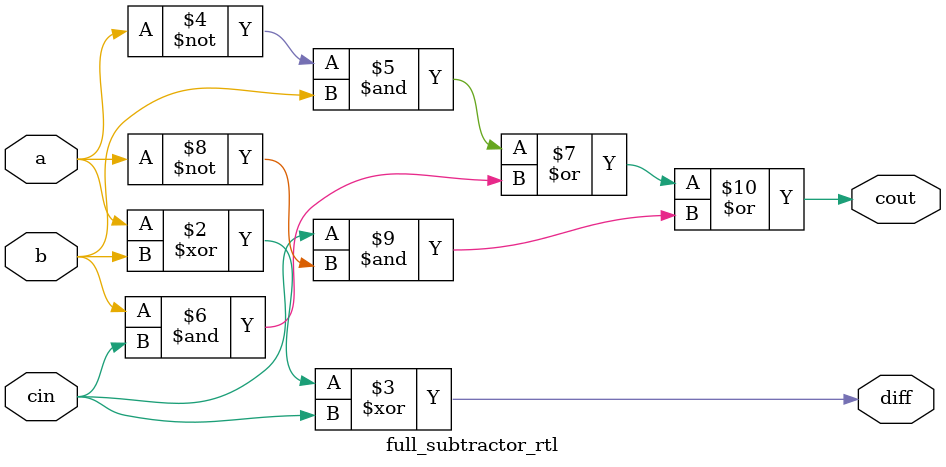
<source format=v>
module full_subtractor_rtl
( output reg cout,diff,
	input a,b,cin);
	
	
	always@*
	begin
	diff=a^b^cin;
	cout=(~a)&b|b&cin|cin&(~a);
	end
	
	
	endmodule

</source>
